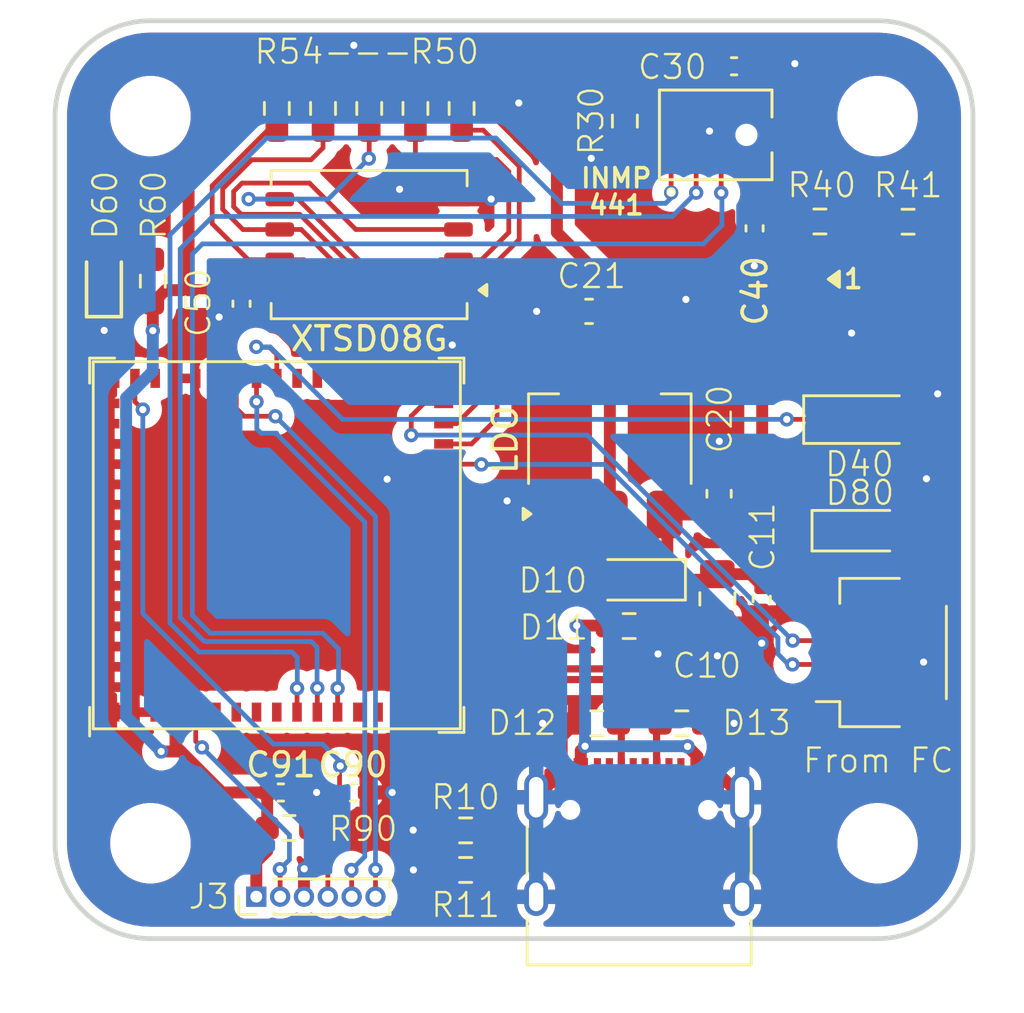
<source format=kicad_pcb>
(kicad_pcb (version 20241229) (generator "pcbnew") (generator_version "9.0")
  (layers (0 "F.Cu" signal) (2 "B.Cu" signal) (13 "F.Paste" user) (15 "B.Paste" user) (5 "F.SilkS" user "F.Silkscreen") (7 "B.SilkS" user "B.Silkscreen") (1 "F.Mask" user) (3 "B.Mask" user) (25 "Edge.Cuts" user))
  (net 0 "")
  (net 1 "GND")
  (net 2 "+5V")
  (net 3 "+3V3")
  (net 4 "EN")
  (net 6 "Net-(D6-DIN)")
  (net 7 "VBUS")
  (net 8 "USB_D-")
  (net 9 "USB_D+")
  (net 10 "RGB_CTRL")
  (net 11 "Net-(D40-A)")
  (net 12 "Net-(D60-Pad2)")
  (net 13 "Net-(D80-A)")
  (net 15 "Net-(J1-CC1)")
  (net 16 "Net-(J1-CC2)")
  (net 18 "ENABLE")
  (net 19 "RECORD")
  (net 20 "U0RXD")
  (net 21 "U0TXD")
  (net 22 "GPIO0{slash}BOOT")
  (net 23 "I2S_SD")
  (net 24 "SDIO_DATA_2")
  (net 25 "SDIO_DATA_3")
  (net 26 "SDIO_CMD")
  (net 27 "SDIO_DATA_0")
  (net 28 "SDIO_DATA_1")
  (net 41 "I2S_WS")
  (net 42 "SDIO_CLK")
  (net 45 "I2S_SCK")
  (footprint "Resistor_SMD:R_0603_1608Metric_Pad0.98x0.95mm_HandSolder" (layer "F.Cu") (at 172.31 84.86)
    (property "Reference" "R90")
    (property "Value" "10 kΩ")
  )
  (footprint "Resistor_SMD:R_0603_1608Metric_Pad0.98x0.95mm_HandSolder" (layer "F.Cu") (at 185.22 80.47)
    (property "Reference" "D12")
    (property "Value" "~")
  )
  (footprint "MountingHole:MountingHole_3.2mm_M3" (layer "F.Cu") (at 166.5 55)
    (property "Reference" "H1" (hide yes))
    (property "Value" "MountingHole")
  )
  (footprint "Capacitor_SMD:C_0402_1005Metric_Pad0.74x0.62mm_HandSolder" (layer "F.Cu") (at 191.84 59.71 -90)
    (property "Reference" "C40")
    (property "Value" "100nF/10V/X7R")
  )
  (footprint "Resistor_SMD:R_0603_1608Metric_Pad0.98x0.95mm_HandSolder" (layer "F.Cu") (at 194.58 59.42 180)
    (property "Reference" "R40")
    (property "Value" "4.7kΩ")
  )
  (footprint "Resistor_SMD:R_0603_1608Metric_Pad0.98x0.95mm_HandSolder" (layer "F.Cu") (at 179.5525 54.68 -90)
    (property "Reference" "R50")
    (property "Value" "10kΩ")
  )
  (footprint "Resistor_SMD:R_0603_1608Metric_Pad0.98x0.95mm_HandSolder" (layer "F.Cu") (at 186.58 76.39 180)
    (property "Reference" "D11")
    (property "Value" "~")
  )
  (footprint "Capacitor_SMD:C_0603_1608Metric_Pad1.08x0.95mm_HandSolder" (layer "F.Cu") (at 184.9 63.19 180)
    (property "Reference" "C21")
    (property "Value" "10uF/16V/X7R")
  )
  (footprint "Capacitor_SMD:C_0402_1005Metric_Pad0.74x0.62mm_HandSolder" (layer "F.Cu") (at 171.97 83.37)
    (property "Reference" "C91")
    (property "Value" "100nF/10V/X7R")
  )
  (footprint "Resistor_SMD:R_0603_1608Metric_Pad0.98x0.95mm_HandSolder" (layer "F.Cu") (at 177.615 54.68 -90)
    (property "Reference" "R51" (hide yes))
    (property "Value" "~")
  )
  (footprint "Connector_JST:JST_SH_SM04B-SRSS-TB_1x04-1MP_P1.00mm_Horizontal" (layer "F.Cu") (at 197.2 77.5 90)
    (property "Reference" "J2" (hide yes))
    (property "Value" "Conn_01x04")
  )
  (footprint "PCM_JLCPCB:LED_WS2812B_PLCC4_5.0x5.0mm_P3.2mm" (layer "F.Cu") (at 196.5 63.5)
    (property "Reference" "D6" (hide yes))
    (property "Value" "WS2812B")
  )
  (footprint "MountingHole:MountingHole_3.2mm_M3" (layer "F.Cu") (at 197 85.5)
    (property "Reference" "From FC")
    (property "Value" "MountingHole")
  )
  (footprint "Resistor_SMD:R_0603_1608Metric_Pad0.98x0.95mm_HandSolder" (layer "F.Cu") (at 166.6 61.9225 -90)
    (property "Reference" "R60")
    (property "Value" "1kΩ")
  )
  (footprint "Connector_PinHeader_1.00mm:PinHeader_1x06_P1.00mm_Vertical" (layer "F.Cu") (at 170.94 87.74 90)
    (property "Reference" "J3")
    (property "Value" "Conn_01x06")
  )
  (footprint "Package_LGA:LGA-8_8x6mm_P1.27mm" (layer "F.Cu") (at 175.6725 60.39 180)
    (property "Reference" "XTSD08G")
    (property "Value" "XTSD08G")
  )
  (footprint "MountingHole:MountingHole_3.2mm_M3" (layer "F.Cu") (at 166.5 85.5)
    (property "Reference" "H1" (hide yes))
    (property "Value" "MountingHole")
  )
  (footprint "PCM_JLCPCB:D_0603" (layer "F.Cu") (at 164.55 61.9225 90)
    (property "Reference" "D60" (hide yes))
    (property "Value" "Red")
  )
  (footprint "Capacitor_SMD:C_0805_2012Metric_Pad1.18x1.45mm_HandSolder" (layer "F.Cu") (at 190.28 75.25 -90)
    (property "Reference" "C10")
    (property "Value" "10uF/16V/X7R")
  )
  (footprint "PCM_Espressif:ESP32-S3-MINI-1U" (layer "F.Cu") (at 171.8 73 90)
    (property "Reference" "U1" (hide yes))
    (property "Value" "ESP32-S3-MINI-1U")
  )
  (footprint "Capacitor_SMD:C_0603_1608Metric_Pad1.08x0.95mm_HandSolder" (layer "F.Cu") (at 190.35 70.84 90)
    (property "Reference" "C20")
    (property "Value" "1uF/16V/X7R")
  )
  (footprint "Resistor_SMD:R_0603_1608Metric_Pad0.98x0.95mm_HandSolder" (layer "F.Cu") (at 188.79 80.47 180)
    (property "Reference" "D13")
    (property "Value" "~")
  )
  (footprint "Capacitor_SMD:C_0402_1005Metric_Pad0.74x0.62mm_HandSolder" (layer "F.Cu") (at 192.14 75.25 -90)
    (property "Reference" "C11")
    (property "Value" "100nF/16V/X7R")
  )
  (footprint "Resistor_SMD:R_0603_1608Metric_Pad0.98x0.95mm_HandSolder" (layer "F.Cu") (at 179.72 84.96)
    (property "Reference" "R10")
    (property "Value" "5.1kΩ")
  )
  (footprint "Diode_SMD:D_SOD-123" (layer "F.Cu") (at 196.26 67.73)
    (property "Reference" "D40")
    (property "Value" "1N4148W")
  )
  (footprint "Resistor_SMD:R_0603_1608Metric_Pad0.98x0.95mm_HandSolder" (layer "F.Cu") (at 173.74 54.68 -90)
    (property "Reference" "R53" (hide yes))
    (property "Value" "~")
  )
  (footprint "Diode_SMD:D_SOD-323_HandSoldering" (layer "F.Cu") (at 196.26 72.39)
    (property "Reference" "D80")
    (property "Value" "B5819")
  )
  (footprint "FPVSoundLogger_HW:MIC_INMP441ACEZ-R7" (layer "F.Cu") (at 190.21 55.7875 180)
    (property "Reference" "INMP")
    (property "Value" "INMP441/IVENSENSE-I2S")
  )
  (footprint "Package_TO_SOT_SMD:SOT-223-3_TabPin2" (layer "F.Cu") (at 185.77 68.56 90)
    (property "Reference" "LDO")
    (property "Value" "AMS1117-3.3")
  )
  (footprint "Capacitor_SMD:C_0402_1005Metric_Pad0.74x0.62mm_HandSolder" (layer "F.Cu") (at 190.98 52.91)
    (property "Reference" "C30")
    (property "Value" "100nF/10V/X7R")
  )
  (footprint "Capacitor_SMD:C_0402_1005Metric_Pad0.74x0.62mm_HandSolder" (layer "F.Cu") (at 175 83.37)
    (property "Reference" "C90")
    (property "Value" "100nF/10V/X7R")
  )
  (footprint "Resistor_SMD:R_0603_1608Metric_Pad0.98x0.95mm_HandSolder" (layer "F.Cu") (at 171.8025 54.68 -90)
    (property "Reference" "R54")
    (property "Value" "~")
  )
  (footprint "Resistor_SMD:R_0603_1608Metric_Pad0.98x0.95mm_HandSolder" (layer "F.Cu") (at 179.72 86.62)
    (property "Reference" "R11")
    (property "Value" "5.1kΩ")
  )
  (footprint "Capacitor_SMD:C_0402_1005Metric_Pad0.74x0.62mm_HandSolder" (layer "F.Cu") (at 170.32 62.87 -90)
    (property "Reference" "C50")
    (property "Value" "100nF/10V/X7R")
  )
  (footprint "Connector_USB:USB_C_Receptacle_HRO_TYPE-C-31-M-12" (layer "F.Cu") (at 187 86.7)
    (property "Reference" "J1" (hide yes))
    (property "Value" "USB_C_Receptacle_USB2.0_16P")
  )
  (footprint "Resistor_SMD:R_0603_1608Metric_Pad0.98x0.95mm_HandSolder" (layer "F.Cu") (at 198.28 59.43)
    (property "Reference" "R41")
    (property "Value" "0R")
  )
  (footprint "Resistor_SMD:R_0603_1608Metric_Pad0.98x0.95mm_HandSolder" (layer "F.Cu") (at 186.4 55.21 90)
    (property "Reference" "R30")
    (property "Value" "100kΩ")
  )
  (footprint "Diode_SMD:D_SOD-323_HandSoldering" (layer "F.Cu") (at 186.93 74.45 180)
    (property "Reference" "D10")
    (property "Value" "B5819")
  )
  (footprint "MountingHole:MountingHole_3.2mm_M3" (layer "F.Cu") (at 197 55)
    (property "Reference" "H1" (hide yes))
    (property "Value" "MountingHole")
  )
  (footprint "Resistor_SMD:R_0603_1608Metric_Pad0.98x0.95mm_HandSolder" (layer "F.Cu") (at 175.6775 54.68 -90)
    (property "Reference" "R52" (hide yes))
    (property "Value" "~")
  )
  (gr_line (start 162.5 85.5) (end 162.5 55) (stroke (width 0.2)) (layer "Edge.Cuts"))
  (gr_line (start 201 55) (end 201 85.5) (stroke (width 0.2)) (layer "Edge.Cuts"))
  (gr_arc (start 201 85.5) (mid 199.828427 88.328427) (end 197 89.5) (stroke (width 0.2)) (layer "Edge.Cuts"))
  (gr_line (start 166.5 51) (end 197 51) (stroke (width 0.2)) (layer "Edge.Cuts"))
  (gr_line (start 197 89.5) (end 166.5 89.5) (stroke (width 0.2)) (layer "Edge.Cuts"))
  (gr_arc (start 162.5 55) (mid 163.671573 52.171573) (end 166.5 51) (stroke (width 0.2)) (layer "Edge.Cuts"))
  (gr_arc (start 166.5 89.5) (mid 163.671573 88.328427) (end 162.5 85.5) (stroke (width 0.2)) (layer "Edge.Cuts"))
  (gr_arc (start 197 51) (mid 199.828427 52.171573) (end 201 55) (stroke (width 0.2)) (layer "Edge.Cuts"))
  (gr_text "D60" (at 164.6 58.7325 90) (layer "F.SilkS") (effects (font (size 1 1) (thickness 0.1))))
  (gr_text "---" (at 175.63 52.3 0) (layer "F.SilkS") (effects (font (size 1 1) (thickness 0.1))))
  (gr_text "441" (at 186.04 58.74 0) (layer "F.SilkS") (effects (font (size 0.8 0.8))))
  (segment (start 195.0175 75.8175) (end 195.2 76) (width 0.5) (layer "F.Cu") (net 1))
  (segment (start 187.4925 77.2625) (end 187.79 77.56) (width 0.5) (layer "F.Cu") (net 1))
  (segment (start 192.82 56.47) (end 192.1725 57.1175) (width 0.5) (layer "F.Cu") (net 1))
  (segment (start 191.4975 54.45) (end 192.23 54.45) (width 0.5) (layer "F.Cu") (net 1))
  (segment (start 190.28 76.2875) (end 190.28 77.64) (width 0.5) (layer "F.Cu") (net 1))
  (segment (start 175.5675 83.37) (end 176.64 83.37) (width 0.5) (layer "F.Cu") (net 1))
  (segment (start 190.405 82.655) (end 191.32 83.57) (width 0.5) (layer "F.Cu") (net 1))
  (segment (start 190.1775 76.39) (end 190.28 76.2875) (width 0.5) (layer "F.Cu") (net 1))
  (segment (start 183.75 81.0275) (end 184.3075 80.47) (width 0.5) (layer "F.Cu") (net 1))
  (segment (start 178.8075 84.96) (end 177.53 84.96) (width 0.5) (layer "F.Cu") (net 1))
  (segment (start 172.94 87.74) (end 172.94 86.58) (width 0.5) (layer "F.Cu") (net 1))
  (segment (start 180.785 58.485) (end 180.79 58.48) (width 0.5) (layer "F.Cu") (net 1))
  (segment (start 179.4225 58.485) (end 180.785 58.485) (width 0.5) (layer "F.Cu") (net 1))
  (segment (start 187.4925 76.39) (end 187.4925 77.2625) (width 0.5) (layer "F.Cu") (net 1))
  (segment (start 183.595 82.655) (end 182.68 83.57) (width 0.5) (layer "F.Cu") (net 1))
  (segment (start 191.84 61.27) (end 191.83 61.28) (width 0.5) (layer "F.Cu") (net 1))
  (segment (start 191.49 54.4575) (end 191.4975 54.45) (width 0.5) (layer "F.Cu") (net 1))
  (segment (start 190.35 69.9775) (end 190.35 68.65) (width 0.5) (layer "F.Cu") (net 1))
  (segment (start 182.03 71.71) (end 181.46 71.14) (width 0.5) (layer "F.Cu") (net 1))
  (segment (start 172.94 86.58) (end 172.95 86.57) (width 0.5) (layer "F.Cu") (net 1))
  (segment (start 192.82 55.78) (end 192.216 55.78) (width 0.5) (layer "F.Cu") (net 1))
  (segment (start 192.1725 57.1175) (end 191.49 57.1175) (width 0.5) (layer "F.Cu") (net 1))
  (segment (start 177.53 84.96) (end 177.52 84.95) (width 0.5) (layer "F.Cu") (net 1))
  (segment (start 191.67 76.2875) (end 192.14 75.8175) (width 0.5) (layer "F.Cu") (net 1))
  (segment (start 188.34 54.4575) (end 186.56 54.4575) (width 0.5) (layer "F.Cu") (net 1))
  (segment (start 172.5375 83.37) (end 173.47 83.37) (width 0.5) (layer "F.Cu") (net 1))
  (segment (start 192.82 55.04) (end 192.82 55.78) (width 0.5) (layer "F.Cu") (net 1))
  (segment (start 190.25 81.0175) (end 189.7025 80.47) (width 0.5) (layer "F.Cu") (net 1))
  (segment (start 199.52 65.72) (end 199.52 66.65) (width 0.5) (layer "F.Cu") (net 1))
  (segment (start 190.25 82.655) (end 190.25 81.0175) (width 0.5) (layer "F.Cu") (net 1))
  (segment (start 192.14 75.8175) (end 192.14 77.11) (width 0.5) (layer "F.Cu") (net 1))
  (segment (start 184.3075 80.47) (end 182.95 80.47) (width 0.5) (layer "F.Cu") (net 1))
  (segment (start 169.3875 63.4375) (end 169.38 63.43) (width 0.5) (layer "F.Cu") (net 1))
  (segment (start 192.216 55.78) (end 192.216 55.7875) (width 0.5) (layer "F.Cu") (net 1))
  (segment (start 183.75 82.655) (end 183.75 81.0275) (width 0.5) (layer "F.Cu") (net 1))
  (segment (start 192.23 54.45) (end 192.82 55.04) (width 0.5) (layer "F.Cu") (net 1))
  (segment (start 170.32 63.4375) (end 169.3875 63.4375) (width 0.5) (layer "F.Cu") (net 1))
  (segment (start 183.47 71.71) (end 182.03 71.71) (width 0.5) (layer "F.Cu") (net 1))
  (segment (start 191.32 83.57) (end 191.32 87.75) (width 0.5) (layer "F.Cu") (net 1))
  (segment (start 198.95 65.15) (end 199.52 65.72) (width 0.5) (layer "F.Cu") (net 1))
  (segment (start 187.4925 76.39) (end 190.1775 76.39) (width 0.5) (layer "F.Cu") (net 1))
  (segment (start 190.25 82.655) (end 190.405 82.655) (width 0.5) (layer "F.Cu") (net 1))
  (segment (start 191.49 54.4575) (end 191.49 52.9675) (width 0.5) (layer "F.Cu") (net 1))
  (segment (start 183.75 82.655) (end 183.595 82.655) (width 0.5) (layer "F.Cu") (net 1))
  (segment (start 190.35 68.65) (end 190.36 68.64) (width 0.5) (layer "F.Cu") (net 1))
  (segment (start 186.56 54.4575) (end 186.4 54.2975) (width 0.5) (layer "F.Cu") (net 1))
  (segment (start 189.7025 80.47) (end 190.98 80.47) (width 0.5) (layer "F.Cu") (net 1))
  (segment (start 192.82 55.78) (end 192.82 56.47) (width 0.5) (layer "F.Cu") (net 1))
  (segment (start 178.8075 86.62) (end 177.53 86.62) (width 0.5) (layer "F.Cu") (net 1))
  (segment (start 191.84 60.2775) (end 191.84 61.27) (width 0.5) (layer "F.Cu") (net 1))
  (segment (start 184.0375 63.19) (end 182.7 63.19) (width 0.5) (layer "F.Cu") (net 1))
  (segment (start 192.14 75.8175) (end 195.0175 75.8175) (width 0.5) (layer "F.Cu") (net 1))
  (segment (start 164.55 62.7125) (end 164.55 63.98) (width 0.5) (layer "F.Cu") (net 1))
  (segment (start 191.49 52.9675) (end 191.5475 52.91) (width 0.5) (layer "F.Cu") (net 1))
  (segment (start 190.28 76.2875) (end 191.67 76.2875) (width 0.5) (layer "F.Cu") (net 1))
  (segment (start 164.55 63.98) (end 164.56 63.99) (width 0.5) (layer "F.Cu") (net 1))
  (via (at 182.95 80.47) (size 0.6) (drill 0.3) (layers "F.Cu" "B.Cu") (net 1))
  (via (at 195.91 64.1) (size 0.6) (drill 0.3) (layers "F.Cu" "B.Cu") (net 1))
  (via (at 175.03 52.03) (size 0.6) (drill 0.3) (layers "F.Cu" "B.Cu") (net 1))
  (via (at 179.16 64.6) (size 0.6) (drill 0.3) (layers "F.Cu" "B.Cu") (net 1))
  (via (at 192.14 77.11) (size 0.6) (drill 0.3) (layers "F.Cu" "B.Cu") (net 1))
  (via (at 190.28 77.64) (size 0.6) (drill 0.3) (layers "F.Cu" "B.Cu") (net 1))
  (via (at 190.98 80.47) (size 0.6) (drill 0.3) (layers "F.Cu" "B.Cu") (net 1))
  (via (at 189.95 55.63) (size 0.6) (drill 0.3) (layers "F.Cu" "B.Cu") (net 1))
  (via (at 177.53 86.62) (size 0.6) (drill 0.3) (layers "F.Cu" "B.Cu") (net 1))
  (via (at 180.79 58.48) (size 0.6) (drill 0.3) (layers "F.Cu" "B.Cu") (net 1))
  (via (at 191.83 61.28) (size 0.6) (drill 0.3) (layers "F.Cu" "B.Cu") (net 1))
  (via (at 164.56 63.99) (size 0.6) (drill 0.3) (layers "F.Cu" "B.Cu") (net 1))
  (via (at 193.53 52.8) (size 0.6) (drill 0.3) (layers "F.Cu" "B.Cu") (net 1))
  (via (at 173.47 83.37) (size 0.6) (drill 0.3) (layers "F.Cu" "B.Cu") (net 1))
  (via (at 198.93 77.9) (size 0.6) (drill 0.3) (layers "F.Cu" "B.Cu") (net 1))
  (via (at 182.7 63.19) (size 0.6) (drill 0.3) (layers "F.Cu" "B.Cu") (net 1))
  (via (at 172.95 86.57) (size 0.6) (drill 0.3) (layers "F.Cu" "B.Cu") (net 1))
  (via (at 187.79 77.56) (size 0.6) (drill 0.3) (layers "F.Cu" "B.Cu") (net 1))
  (via (at 199.05 70.21) (size 0.6) (drill 0.3) (layers "F.Cu" "B.Cu") (net 1))
  (via (at 181.95 54.45) (size 0.6) (drill 0.3) (layers "F.Cu" "B.Cu") (net 1))
  (via (at 181.46 71.14) (size 0.6) (drill 0.3) (layers "F.Cu" "B.Cu") (net 1))
  (via (at 177.52 84.95) (size 0.6) (drill 0.3) (layers "F.Cu" "B.Cu") (net 1))
  (via (at 176.43 70.23) (size 0.6) (drill 0.3) (layers "F.Cu" "B.Cu") (net 1))
  (via (at 176.95 58.07) (size 0.6) (drill 0.3) (layers "F.Cu" "B.Cu") (net 1))
  (via (at 188.96 62.69) (size 0.6) (drill 0.3) (layers "F.Cu" "B.Cu") (net 1))
  (via (at 176.64 83.37) (size 0.6) (drill 0.3) (layers "F.Cu" "B.Cu") (net 1))
  (via (at 169.38 63.43) (size 0.6) (drill 0.3) (layers "F.Cu" "B.Cu") (net 1))
  (via (at 190.36 68.64) (size 0.6) (drill 0.3) (layers "F.Cu" "B.Cu") (net 1))
  (via (at 184.99 56.77) (size 0.6) (drill 0.3) (layers "F.Cu" "B.Cu") (net 1))
  (via (at 199.52 66.65) (size 0.6) (drill 0.3) (layers "F.Cu" "B.Cu") (net 1))
  (segment (start 193.1725 59.1425) (end 191.84 59.1425) (width 0.6) (layer "F.Cu") (net 2))
  (segment (start 190.0425 74.45) (end 190.28 74.2125) (width 0.2) (layer "F.Cu") (net 2))
  (segment (start 192.16 70.13) (end 192.16 70.4) (width 0.5) (layer "F.Cu") (net 2))
  (segment (start 193.6675 59.42) (end 193.45 59.42) (width 0.6) (layer "F.Cu") (net 2))
  (segment (start 192.16 64.7) (end 192.16 70.13) (width 0.5) (layer "F.Cu") (net 2))
  (segment (start 193.6675 61.4675) (end 194.0375 61.8375) (width 0.2) (layer "F.Cu") (net 2))
  (segment (start 190.28 74.2125) (end 191.67 74.2125) (width 0.5) (layer "F.Cu") (net 2))
  (segment (start 188.18 74.45) (end 190.0425 74.45) (width 0.5) (layer "F.Cu") (net 2))
  (segment (start 190.3425 71.71) (end 190.35 71.7025) (width 0.2) (layer "F.Cu") (net 2))
  (segment (start 188.18 74.45) (end 188.18 71.82) (width 0.5) (layer "F.Cu") (net 2))
  (segment (start 191.67 74.2125) (end 192.14 74.6825) (width 0.5) (layer "F.Cu") (net 2))
  (segment (start 190.8575 71.7025) (end 190.35 71.7025) (width 0.5) (layer "F.Cu") (net 2))
  (segment (start 194.42 72.39) (end 192.16 70.13) (width 0.5) (layer "F.Cu") (net 2))
  (segment (start 188.07 71.71) (end 190.3425 71.71) (width 0.5) (layer "F.Cu") (net 2))
  (segment (start 192.16 70.4) (end 190.8575 71.7025) (width 0.5) (layer "F.Cu") (net 2))
  (segment (start 194.05 62.81) (end 192.16 64.7) (width 0.5) (layer "F.Cu") (net 2))
  (segment (start 195.01 72.39) (end 194.42 72.39) (width 0.5) (layer "F.Cu") (net 2))
  (segment (start 193.45 59.42) (end 193.1725 59.1425) (width 0.6) (layer "F.Cu") (net 2))
  (segment (start 194.0375 61.8375) (end 194.05 61.85) (width 0.2) (layer "F.Cu") (net 2))
  (segment (start 188.18 71.82) (end 188.07 71.71) (width 0.5) (layer "F.Cu") (net 2))
  (segment (start 193.6675 59.42) (end 193.6675 61.4675) (width 0.6) (layer "F.Cu") (net 2))
  (segment (start 194.05 61.85) (end 194.05 62.81) (width 0.5) (layer "F.Cu") (net 2))
  (segment (start 171.3975 84.86) (end 171.3975 83.375) (width 0.5) (layer "F.Cu") (net 3))
  (segment (start 173.74 53.7675) (end 177.615 53.7675) (width 0.5) (layer "F.Cu") (net 3))
  (segment (start 170.32 62.3025) (end 169.3925 62.3025) (width 0.5) (layer "F.Cu") (net 3))
  (segment (start 171.9225 62.295) (end 170.3275 62.295) (width 0.5) (layer "F.Cu") (net 3))
  (segment (start 185.7625 65.4025) (end 185.77 65.41) (width 0.5) (layer "F.Cu") (net 3))
  (segment (start 170.3275 62.295) (end 170.32 62.3025) (width 0.5) (layer "F.Cu") (net 3))
  (segment (start 166.6 62.835) (end 166.6 64) (width 0.5) (layer "F.Cu") (net 3))
  (segment (start 185.7625 63.19) (end 185.7625 65.4025) (width 0.5) (layer "F.Cu") (net 3))
  (segment (start 190.44 52.9375) (end 190.4125 52.91) (width 0.5) (layer "F.Cu") (net 3))
  (segment (start 171.3975 85.8225) (end 170.94 86.28) (width 0.5) (layer "F.Cu") (net 3))
  (segment (start 179.5525 53.7675) (end 180.41 52.91) (width 0.5) (layer "F.Cu") (net 3))
  (segment (start 167.79 81.66) (end 167.78 81.65) (width 0.5) (layer "F.Cu") (net 3))
  (segment (start 169.3925 62.3025) (end 169.39 62.3) (width 0.5) (layer "F.Cu") (net 3))
  (segment (start 183.55 59.88) (end 183.55 52.94) (width 0.5) (layer "F.Cu") (net 3))
  (segment (start 171.3975 84.86) (end 171.3975 85.8225) (width 0.5) (layer "F.Cu") (net 3))
  (segment (start 185.7625 63.19) (end 185.7625 62.0925) (width 0.5) (layer "F.Cu") (net 3))
  (segment (start 185.77 71.71) (end 185.77 65.41) (width 0.5) (layer "F.Cu") (net 3))
  (segment (start 166.6 62.835) (end 167.135 62.3) (width 0.5) (layer "F.Cu") (net 3))
  (segment (start 169.39 62.3) (end 168.1 62.3) (width 0.5) (layer "F.Cu") (net 3))
  (segment (start 173.74 53.7675) (end 179.5525 53.7675) (width 0.5) (layer "F.Cu") (net 3))
  (segment (start 190.44 54.4575) (end 190.44 52.9375) (width 0.5) (layer "F.Cu") (net 3))
  (segment (start 185.7625 62.0925) (end 183.55 59.88) (width 0.5) (layer "F.Cu") (net 3))
  (segment (start 169.5 83.37) (end 171.4025 83.37) (width 0.5) (layer "F.Cu") (net 3))
  (segment (start 167.79 81.66) (end 169.5 83.37) (width 0.5) (layer "F.Cu") (net 3))
  (segment (start 167.55 80) (end 167.55 81.42) (width 0.5) (layer "F.Cu") (net 3))
  (segment (start 171.8025 53.7675) (end 168.1 57.47) (width 0.5) (layer "F.Cu") (net 3))
  (segment (start 183.52 52.91) (end 190.4125 52.91) (width 0.5) (layer "F.Cu") (net 3))
  (segment (start 180.41 52.91) (end 183.52 52.91) (width 0.5) (layer "F.Cu") (net 3))
  (segment (start 173.74 53.7675) (end 175.6775 53.7675) (width 0.5) (layer "F.Cu") (net 3))
  (segment (start 167.55 81.42) (end 167.79 81.66) (width 0.5) (layer "F.Cu") (net 3))
  (segment (start 189.39 54.4575) (end 190.44 54.4575) (width 0.5) (layer "F.Cu") (net 3))
  (segment (start 183.55 52.94) (end 183.52 52.91) (width 0.5) (layer "F.Cu") (net 3))
  (segment (start 167.78 81.65) (end 166.95 81.65) (width 0.5) (layer "F.Cu") (net 3))
  (segment (start 171.3975 83.375) (end 171.4025 83.37) (width 0.5) (layer "F.Cu") (net 3))
  (segment (start 170.94 86.28) (end 170.94 87.74) (width 0.5) (layer "F.Cu") (net 3))
  (segment (start 168.1 62.3) (end 167.135 62.3) (width 0.5) (layer "F.Cu") (net 3))
  (segment (start 171.8025 53.7675) (end 173.74 53.7675) (width 0.5) (layer "F.Cu") (net 3))
  (segment (start 168.1 57.47) (end 168.1 62.3) (width 0.5) (layer "F.Cu") (net 3))
  (via (at 166.95 81.65) (size 0.6) (drill 0.3) (layers "F.Cu" "B.Cu") (net 3))
  (via (at 166.6 64) (size 0.6) (drill 0.3) (layers "F.Cu" "B.Cu") (net 3))
  (segment (start 165.479 66.821) (end 165.479 80.179) (width 0.5) (layer "B.Cu") (net 3))
  (segment (start 166.6 64) (end 166.6 65.7) (width 0.5) (layer "B.Cu") (net 3))
  (segment (start 166.6 65.7) (end 165.479 66.821) (width 0.5) (layer "B.Cu") (net 3))
  (segment (start 165.479 80.179) (end 166.95 81.65) (width 0.5) (layer "B.Cu") (net 3))
  (segment (start 173.2225 84.86) (end 173.2225 85.6025) (width 0.2) (layer "F.Cu") (net 4))
  (segment (start 174.4325 83.37) (end 174.4325 82.2875) (width 0.2) (layer "F.Cu") (net 4))
  (segment (start 165.85 66) (end 165.85 66.98) (width 0.2) (layer "F.Cu") (net 4))
  (segment (start 174.4325 83.37) (end 174.4325 83.65) (width 0.2) (layer "F.Cu") (net 4))
  (segment (start 174.4325 82.2875) (end 174.46 82.26) (width 0.2) (layer "F.Cu") (net 4))
  (segment (start 173.2225 85.6025) (end 173.94 86.32) (width 0.2) (layer "F.Cu") (net 4))
  (segment (start 165.85 66.98) (end 166.18 67.31) (width 0.2) (layer "F.Cu") (net 4))
  (segment (start 173.94 86.32) (end 173.94 87.74) (width 0.2) (layer "F.Cu") (net 4))
  (segment (start 174.4325 83.65) (end 173.2225 84.86) (width 0.2) (layer "F.Cu") (net 4))
  (via (at 166.18 67.31) (size 0.6) (drill 0.3) (layers "F.Cu" "B.Cu") (net 4))
  (via (at 174.46 82.26) (size 0.6) (drill 0.3) (layers "F.Cu" "B.Cu") (net 4))
  (segment (start 166.18 75.86) (end 171.66 81.34) (width 0.2) (layer "B.Cu") (net 4))
  (segment (start 174.46 82.08) (end 174.46 82.26) (width 0.2) (layer "B.Cu") (net 4))
  (segment (start 171.66 81.34) (end 173.72 81.34) (width 0.2) (layer "B.Cu") (net 4))
  (segment (start 173.72 81.34) (end 174.46 82.08) (width 0.2) (layer "B.Cu") (net 4))
  (segment (start 166.18 67.31) (end 166.18 75.86) (width 0.2) (layer "B.Cu") (net 4))
  (segment (start 199.1925 59.43) (end 199.1925 61.6075) (width 0.2) (layer "F.Cu") (net 6))
  (segment (start 199.1925 61.6075) (end 198.95 61.85) (width 0.2) (layer "F.Cu") (net 6))
  (segment (start 189.45 81.86) (end 189.03 81.44) (width 0.5) (layer "F.Cu") (net 7))
  (segment (start 185.6725 76.37) (end 184.38 76.37) (width 0.5) (layer "F.Cu") (net 7))
  (segment (start 189.45 82.655) (end 189.45 81.86) (width 0.2) (layer "F.Cu") (net 7))
  (segment (start 184.55 81.61) (end 184.73 81.43) (width 0.2) (layer "F.Cu") (net 7))
  (segment (start 184.55 82.655) (end 184.55 81.61) (width 0.5) (layer "F.Cu") (net 7))
  (segment (start 185.68 76.3775) (end 185.6675 76.39) (width 0.2) (layer "F.Cu") (net 7))
  (segment (start 185.68 74.45) (end 185.68 76.3775) (width 0.5) (layer "F.Cu") (net 7))
  (segment (start 185.68 76.3775) (end 185.6725 76.37) (width 0.2) (layer "F.Cu") (net 7))
  (via (at 184.38 76.37) (size 0.6) (drill 0.3) (layers "F.Cu" "B.Cu") (net 7))
  (via (at 184.73 81.43) (size 0.6) (drill 0.3) (layers "F.Cu" "B.Cu") (net 7))
  (via (at 189.03 81.44) (size 0.6) (drill 0.3) (layers "F.Cu" "B.Cu") (net 7))
  (segment (start 184.73 81.43) (end 189.02 81.43) (width 0.5) (layer "B.Cu") (net 7))
  (segment (start 184.73 76.72) (end 184.73 81.43) (width 0.5) (layer "B.Cu") (net 7))
  (segment (start 184.38 76.37) (end 184.73 76.72) (width 0.5) (layer "B.Cu") (net 7))
  (segment (start 189.02 81.43) (end 189.03 81.44) (width 0.2) (layer "B.Cu") (net 7))
  (segment (start 180.725 77.223198) (end 182.136802 78.635) (width 0.3) (layer "F.Cu") (net 8))
  (segment (start 187.279999 79.557501) (end 186.25 80.5875) (width 0.3) (layer "F.Cu") (net 8))
  (segment (start 179.600001 72.8) (end 180.091802 72.8) (width 0.3) (layer "F.Cu") (net 8))
  (segment (start 186.456802 78.635) (end 187.279999 79.458197) (width 0.3) (layer "F.Cu") (net 8))
  (segment (start 187.279999 79.458197) (end 187.279999 79.557501) (width 0.3) (layer "F.Cu") (net 8))
  (segment (start 180.091802 72.8) (end 180.725 73.433198) (width 0.3) (layer "F.Cu") (net 8))
  (segment (start 179.400001 73) (end 179.600001 72.8) (width 0.3) (layer "F.Cu") (net 8))
  (segment (start 180.725 73.433198) (end 180.725 77.223198) (width 0.3) (layer "F.Cu") (net 8))
  (segment (start 178.8 73) (end 179.400001 73) (width 0.3) (layer "F.Cu") (net 8))
  (segment (start 182.136802 78.635) (end 186.456802 78.635) (width 0.3) (layer "F.Cu") (net 8))
  (segment (start 186.25 82.655) (end 186.25 80.5875) (width 0.3) (layer "F.Cu") (net 8))
  (segment (start 186.25 80.5875) (end 186.1325 80.47) (width 0.2) (layer "F.Cu") (net 8))
  (segment (start 180.278198 72.35) (end 181.175 73.246802) (width 0.3) (layer "F.Cu") (net 9))
  (segment (start 187.75 82.655) (end 187.735 82.655) (width 0.2) (layer "F.Cu") (net 9))
  (segment (start 178.8 72.15) (end 179.400001 72.15) (width 0.3) (layer "F.Cu") (net 9))
  (segment (start 187.73 80.6175) (end 187.8775 80.47) (width 0.2) (layer "F.Cu") (net 9))
  (segment (start 187.735 82.655) (end 187.73 82.65) (width 0.2) (layer "F.Cu") (net 9))
  (segment (start 187.73 82.65) (end 187.73 80.6175) (width 0.3) (layer "F.Cu") (net 9))
  (segment (start 181.175 73.246802) (end 181.175 77.036802) (width 0.3) (layer "F.Cu") (net 9))
  (segment (start 179.600001 72.35) (end 180.278198 72.35) (width 0.3) (layer "F.Cu") (net 9))
  (segment (start 182.323198 78.185) (end 186.643198 78.185) (width 0.3) (layer "F.Cu") (net 9))
  (segment (start 179.400001 72.15) (end 179.600001 72.35) (width 0.3) (layer "F.Cu") (net 9))
  (segment (start 186.643198 78.185) (end 187.73 79.271802) (width 0.3) (layer "F.Cu") (net 9))
  (segment (start 181.175 77.036802) (end 182.323198 78.185) (width 0.3) (layer "F.Cu") (net 9))
  (segment (start 187.73 79.271802) (end 187.73 80.6175) (width 0.3) (layer "F.Cu") (net 9))
  (segment (start 194.6 67.72) (end 194.61 67.73) (width 0.2) (layer "F.Cu") (net 10))
  (segment (start 170.96 64.7) (end 170.94 64.68) (width 0.2) (layer "F.Cu") (net 10))
  (segment (start 193.19 67.72) (end 194.6 67.72) (width 0.2) (layer "F.Cu") (net 10))
  (segment (start 171.5 64.7) (end 170.96 64.7) (width 0.2) (layer "F.Cu") (net 10))
  (segment (start 171.8 65) (end 171.5 64.7) (width 0.2) (layer "F.Cu") (net 10))
  (segment (start 171.8 66) (end 171.8 65) (width 0.2) (layer "F.Cu") (net 10))
  (via (at 193.19 67.72) (size 0.6) (drill 0.3) (layers "F.Cu" "B.Cu") (net 10))
  (via (at 170.94 64.68) (size 0.6) (drill 0.3) (layers "F.Cu" "B.Cu") (net 10))
  (segment (start 171.52 64.68) (end 174.56 67.72) (width 0.2) (layer "B.Cu") (net 10))
  (segment (start 174.56 67.72) (end 193.19 67.72) (width 0.2) (layer "B.Cu") (net 10))
  (segment (start 170.94 64.68) (end 171.52 64.68) (width 0.2) (layer "B.Cu") (net 10))
  (segment (start 197.3675 59.43) (end 197.3675 67.1875) (width 0.2) (layer "F.Cu") (net 11))
  (segment (start 197.3675 67.1875) (end 197.91 67.73) (width 0.2) (layer "F.Cu") (net 11))
  (segment (start 197.3575 59.42) (end 197.3675 59.43) (width 0.2) (layer "F.Cu") (net 11))
  (segment (start 195.4925 59.42) (end 197.3575 59.42) (width 0.2) (layer "F.Cu") (net 11))
  (segment (start 164.55 61.1325) (end 166.4775 61.1325) (width 0.2) (layer "F.Cu") (net 12))
  (segment (start 166.4775 61.1325) (end 166.6 61.01) (width 0.2) (layer "F.Cu") (net 12))
  (segment (start 196.75 79) (end 197.51 78.24) (width 0.5) (layer "F.Cu") (net 13))
  (segment (start 197.51 78.24) (end 197.51 72.39) (width 0.5) (layer "F.Cu") (net 13))
  (segment (start 195.2 79) (end 196.75 79) (width 0.5) (layer "F.Cu") (net 13))
  (segment (start 181.66 85.51) (end 184.59 85.51) (width 0.2) (layer "F.Cu") (net 15))
  (segment (start 181.11 84.96) (end 181.66 85.51) (width 0.2) (layer "F.Cu") (net 15))
  (segment (start 185.75 84.35) (end 185.75 82.655) (width 0.2) (layer "F.Cu") (net 15))
  (segment (start 184.59 85.51) (end 185.75 84.35) (width 0.2) (layer "F.Cu") (net 15))
  (segment (start 180.6325 84.96) (end 181.11 84.96) (width 0.2) (layer "F.Cu") (net 15))
  (segment (start 182.19 86.07) (end 187.67 86.07) (width 0.2) (layer "F.Cu") (net 16))
  (segment (start 180.6325 86.62) (end 181.64 86.62) (width 0.2) (layer "F.Cu") (net 16))
  (segment (start 187.67 86.07) (end 188.75 84.99) (width 0.2) (layer "F.Cu") (net 16))
  (segment (start 181.64 86.62) (end 182.19 86.07) (width 0.2) (layer "F.Cu") (net 16))
  (segment (start 188.75 84.99) (end 188.75 82.655) (width 0.2) (layer "F.Cu") (net 16))
  (segment (start 178.8 69.6) (end 180.37 69.6) (width 0.2) (layer "F.Cu") (net 18))
  (segment (start 195.2 78) (end 193.43 78) (width 0.2) (layer "F.Cu") (net 18))
  (segment (start 180.37 69.6) (end 180.38 69.61) (width 0.2) (layer "F.Cu") (net 18))
  (via (at 180.38 69.61) (size 0.6) (drill 0.3) (layers "F.Cu" "B.Cu") (net 18))
  (via (at 193.43 78) (size 0.6) (drill 0.3) (layers "F.Cu" "B.Cu") (net 18))
  (segment (start 192.82 77.56) (end 193.26 78) (width 0.2) (layer "B.Cu") (net 18))
  (segment (start 180.38 69.61) (end 185.553612 69.61) (width 0.2) (layer "B.Cu") (net 18))
  (segment (start 193.26 78) (end 193.43 78) (width 0.2) (layer "B.Cu") (net 18))
  (segment (start 192.82 76.876388) (end 192.82 77.56) (width 0.2) (layer "B.Cu") (net 18))
  (segment (start 185.553612 69.61) (end 192.82 76.876388) (width 0.2) (layer "B.Cu") (net 18))
  (segment (start 177.97 67.05) (end 177.44 67.58) (width 0.2) (layer "F.Cu") (net 19))
  (segment (start 177.44 67.58) (end 177.44 68.38) (width 0.2) (layer "F.Cu") (net 19))
  (segment (start 178.8 67.05) (end 177.97 67.05) (width 0.2) (layer "F.Cu") (net 19))
  (segment (start 195.2 77) (end 193.44 77) (width 0.2) (layer "F.Cu") (net 19))
  (via (at 177.44 68.38) (size 0.6) (drill 0.3) (layers "F.Cu" "B.Cu") (net 19))
  (via (at 193.44 77) (size 0.6) (drill 0.3) (layers "F.Cu" "B.Cu") (net 19))
  (segment (start 184.82 68.38) (end 193.44 77) (width 0.2) (layer "B.Cu") (net 19))
  (segment (start 177.44 68.38) (end 184.82 68.38) (width 0.2) (layer "B.Cu") (net 19))
  (segment (start 170.36 67.52) (end 170.43 67.59) (width 0.2) (layer "F.Cu") (net 20))
  (segment (start 170.1 67.26) (end 170.36 67.52) (width 0.2) (layer "F.Cu") (net 20))
  (segment (start 170.43 67.59) (end 171.74 67.59) (width 0.2) (layer "F.Cu") (net 20))
  (segment (start 170.1 66) (end 170.1 67.26) (width 0.2) (layer "F.Cu") (net 20))
  (segment (start 175.94 87.74) (end 175.94 86.6) (width 0.2) (layer "F.Cu") (net 20))
  (via (at 171.74 67.59) (size 0.6) (drill 0.3) (layers "F.Cu" "B.Cu") (net 20))
  (via (at 175.94 86.6) (size 0.6) (drill 0.3) (layers "F.Cu" "B.Cu") (net 20))
  (segment (start 175.94 86.6) (end 175.94 71.79) (width 0.2) (layer "B.Cu") (net 20))
  (segment (start 175.94 71.79) (end 171.74 67.59) (width 0.2) (layer "B.Cu") (net 20))
  (segment (start 174.94 87.74) (end 174.94 86.63) (width 0.2) (layer "F.Cu") (net 21))
  (segment (start 170.95 66) (end 170.95 66.98) (width 0.2) (layer "F.Cu") (net 21))
  (segment (start 174.94 86.63) (end 174.93 86.62) (width 0.2) (layer "F.Cu") (net 21))
  (via (at 170.95 66.98) (size 0.6) (drill 0.3) (layers "F.Cu" "B.Cu") (net 21))
  (via (at 174.93 86.62) (size 0.6) (drill 0.3) (layers "F.Cu" "B.Cu") (net 21))
  (segment (start 171.14 68.3) (end 170.96 68.12) (width 0.2) (layer "B.Cu") (net 21))
  (segment (start 174.93 86.62) (end 175.49 86.06) (width 0.2) (layer "B.Cu") (net 21))
  (segment (start 170.96 68.12) (end 170.96 66.99) (width 0.2) (layer "B.Cu") (net 21))
  (segment (start 175.49 72.03) (end 171.79 68.33) (width 0.2) (layer "B.Cu") (net 21))
  (segment (start 171.79 68.3) (end 171.14 68.3) (width 0.2) (layer "B.Cu") (net 21))
  (segment (start 175.49 86.06) (end 175.49 72.03) (width 0.2) (layer "B.Cu") (net 21))
  (segment (start 170.96 66.99) (end 170.95 66.98) (width 0.2) (layer "B.Cu") (net 21))
  (segment (start 171.79 68.33) (end 171.79 68.3) (width 0.2) (layer "B.Cu") (net 21))
  (segment (start 171.94 86.6) (end 171.93 86.59) (width 0.2) (layer "F.Cu") (net 22))
  (segment (start 168.4 81.22) (end 168.66 81.48) (width 0.2) (layer "F.Cu") (net 22))
  (segment (start 168.4 80) (end 168.4 81.22) (width 0.2) (layer "F.Cu") (net 22))
  (segment (start 171.94 87.74) (end 171.94 86.6) (width 0.2) (layer "F.Cu") (net 22))
  (via (at 168.66 81.48) (size 0.6) (drill 0.3) (layers "F.Cu" "B.Cu") (net 22))
  (via (at 171.93 86.59) (size 0.6) (drill 0.3) (layers "F.Cu" "B.Cu") (net 22))
  (segment (start 172.33 85.15) (end 172.33 86.19) (width 0.2) (layer "B.Cu") (net 22))
  (segment (start 172.33 86.19) (end 171.93 86.59) (width 0.2) (layer "B.Cu") (net 22))
  (segment (start 168.66 81.48) (end 172.33 85.15) (width 0.2) (layer "B.Cu") (net 22))
  (segment (start 189.06 56.11) (end 189.39 56.44) (width 0.2) (layer "F.Cu") (net 23))
  (segment (start 186.4 56.1225) (end 189.0475 56.1225) (width 0.2) (layer "F.Cu") (net 23))
  (segment (start 189.0475 56.1225) (end 189.06 56.11) (width 0.2) (layer "F.Cu") (net 23))
  (segment (start 189.39 56.44) (end 189.39 57.1175) (width 0.2) (layer "F.Cu") (net 23))
  (segment (start 189.39 57.1175) (end 189.39 58.21) (width 0.2) (layer "F.Cu") (net 23))
  (segment (start 173.5 80) (end 173.5 78.99) (width 0.2) (layer "F.Cu") (net 23))
  (via (at 189.39 58.21) (size 0.6) (drill 0.3) (layers "F.Cu" "B.Cu") (net 23))
  (via (at 173.5 78.99) (size 0.6) (drill 0.3) (layers "F.Cu" "B.Cu") (net 23))
  (segment (start 173.49 78.98) (end 173.49 77.28) (width 0.2) (layer "B.Cu") (net 23))
  (segment (start 167.75 76.03) (end 167.75 60.57) (width 0.2) (layer "B.Cu") (net 23))
  (segment (start 168.74 77.02) (end 167.75 76.03) (width 0.2) (layer "B.Cu") (net 23))
  (segment (start 168.8 77.02) (end 168.74 77.02) (width 0.2) (layer "B.Cu") (net 23))
  (segment (start 188.391 59.209) (end 189.39 58.21) (width 0.2) (layer "B.Cu") (net 23))
  (segment (start 173.251 77.041) (end 168.821 77.041) (width 0.2) (layer "B.Cu") (net 23))
  (segment (start 173.5 78.99) (end 173.49 78.98) (width 0.2) (layer "B.Cu") (net 23))
  (segment (start 167.75 60.57) (end 169.111 59.209) (width 0.2) (layer "B.Cu") (net 23))
  (segment (start 173.49 77.28) (end 173.251 77.041) (width 0.2) (layer "B.Cu") (net 23))
  (segment (start 169.111 59.209) (end 188.391 59.209) (width 0.2) (layer "B.Cu") (net 23))
  (segment (start 168.821 77.041) (end 168.8 77.02) (width 0.2) (layer "B.Cu") (net 23))
  (segment (start 181.97 57.11) (end 181.22 56.36) (width 0.2) (layer "F.Cu") (net 24))
  (segment (start 181.22 56.36) (end 181.22 56.35) (width 0.2) (layer "F.Cu") (net 24))
  (segment (start 180.4575 55.5925) (end 179.5525 55.5925) (width 0.2) (layer "F.Cu") (net 24))
  (segment (start 179.845 62.295) (end 181.97 60.17) (width 0.2) (layer "F.Cu") (net 24))
  (segment (start 179.97 68.75) (end 178.8 68.75) (width 0.2) (layer "F.Cu") (net 24))
  (segment (start 180.46 55.59) (end 180.4575 55.5925) (width 0.2) (layer "F.Cu") (net 24))
  (segment (start 179.4225 62.295) (end 179.845 62.295) (width 0.2) (layer "F.Cu") (net 24))
  (segment (start 181.04 67.68) (end 179.97 68.75) (width 0.2) (layer "F.Cu") (net 24))
  (segment (start 181.22 56.35) (end 180.46 55.59) (width 0.2) (layer "F.Cu") (net 24))
  (segment (start 181.97 60.17) (end 181.97 57.11) (width 0.2) (layer "F.Cu") (net 24))
  (segment (start 181.04 64.62) (end 181.04 67.68) (width 0.2) (layer "F.Cu") (net 24))
  (segment (start 179.4225 62.295) (end 179.4225 63.0025) (width 0.2) (layer "F.Cu") (net 24))
  (segment (start 179.4225 63.0025) (end 181.04 64.62) (width 0.2) (layer "F.Cu") (net 24))
  (segment (start 181.53 59.88) (end 180.385 61.025) (width 0.2) (layer "F.Cu") (net 25))
  (segment (start 180.689 64.899) (end 180.689 66.551) (width 0.2) (layer "F.Cu") (net 25))
  (segment (start 177.84 56.82) (end 181.02 56.82) (width 0.2) (layer "F.Cu") (net 25))
  (segment (start 178.18 63) (end 178.57 63.39) (width 0.2) (layer "F.Cu") (net 25))
  (segment (start 181.53 57.33) (end 181.53 59.88) (width 0.2) (layer "F.Cu") (net 25))
  (segment (start 179.4225 61.025) (end 179.025 61.025) (width 0.2) (layer "F.Cu") (net 25))
  (segment (start 177.615 55.5925) (end 177.615 56.595) (width 0.2) (layer "F.Cu") (net 25))
  (segment (start 177.615 56.595) (end 177.84 56.82) (width 0.2) (layer "F.Cu") (net 25))
  (segment (start 179.34 67.9) (end 178.8 67.9) (width 0.2) (layer "F.Cu") (net 25))
  (segment (start 178.665 61.025) (end 178.18 61.51) (width 0.2) (layer "F.Cu") (net 25))
  (segment (start 179.4225 61.025) (end 178.665 61.025) (width 0.2) (layer "F.Cu") (net 25))
  (segment (start 178.57 63.39) (end 179.18 63.39) (width 0.2) (layer "F.Cu") (net 25))
  (segment (start 180.689 66.551) (end 179.34 67.9) (width 0.2) (layer "F.Cu") (net 25))
  (segment (start 178.18 61.51) (end 178.18 63) (width 0.2) (layer "F.Cu") (net 25))
  (segment (start 181.02 56.82) (end 181.53 57.33) (width 0.2) (layer "F.Cu") (net 25))
  (segment (start 180.385 61.025) (end 179.4225 61.025) (width 0.2) (layer "F.Cu") (net 25))
  (segment (start 179.18 63.39) (end 180.689 64.899) (width 0.2) (layer "F.Cu") (net 25))
  (segment (start 179.025 61.025) (end 178.94 60.94) (width 0.2) (layer "F.Cu") (net 25))
  (segment (start 171.9225 58.485) (end 170.625 58.485) (width 0.2) (layer "F.Cu") (net 26))
  (segment (start 175.6775 55.5925) (end 175.6775 56.7625) (width 0.2) (layer "F.Cu") (net 26))
  (segment (start 172.695 58.485) (end 177.75 63.54) (width 0.2) (layer "F.Cu") (net 26))
  (segment (start 170.625 58.485) (end 170.62 58.48) (width 0.2) (layer "F.Cu") (net 26))
  (segment (start 175.6775 56.7625) (end 175.66 56.78) (width 0.2) (layer "F.Cu") (net 26))
  (segment (start 177.75 63.54) (end 177.75 66) (width 0.2) (layer "F.Cu") (net 26))
  (segment (start 171.9225 58.485) (end 172.695 58.485) (width 0.2) (layer "F.Cu") (net 26))
  (via (at 170.62 58.48) (size 0.6) (drill 0.3) (layers "F.Cu" "B.Cu") (net 26))
  (via (at 175.66 56.78) (size 0.6) (drill 0.3) (layers "F.Cu" "B.Cu") (net 26))
  (segment (start 173.96 58.48) (end 170.62 58.48) (width 0.2) (layer "B.Cu") (net 26))
  (segment (start 175.66 56.78) (end 173.96 58.48) (width 0.2) (layer "B.Cu") (net 26))
  (segment (start 176.05 62.98) (end 176.05 66) (width 0.2) (layer "F.Cu") (net 27))
  (segment (start 171.9175 59.76) (end 170.62 59.76) (width 0.2) (layer "F.Cu") (net 27))
  (segment (start 170.3829 59.76) (end 170.62 59.76) (width 0.2) (layer "F.Cu") (net 27))
  (segment (start 173.74 56.33) (end 173.24 56.83) (width 0.2) (layer "F.Cu") (net 27))
  (segment (start 171.9225 59.755) (end 171.9175 59.76) (width 0.2) (layer "F.Cu") (net 27))
  (segment (start 172.825 59.755) (end 176.05 62.98) (width 0.2) (layer "F.Cu") (net 27))
  (segment (start 170.75 56.83) (end 169.53 58.05) (width 0.2) (layer "F.Cu") (net 27))
  (segment (start 171.9225 59.755) (end 172.825 59.755) (width 0.2) (layer "F.Cu") (net 27))
  (segment (start 169.53 58.9071) (end 170.3829 59.76) (width 0.2) (layer "F.Cu") (net 27))
  (segment (start 169.53 58.05) (end 169.53 58.9071) (width 0.2) (layer "F.Cu") (net 27))
  (segment (start 173.74 55.5925) (end 173.74 56.33) (width 0.2) (layer "F.Cu") (net 27))
  (segment (start 173.24 56.83) (end 170.75 56.83) (width 0.2) (layer "F.Cu") (net 27))
  (segment (start 175.2 63.29) (end 175.2 66) (width 0.2) (layer "F.Cu") (net 28))
  (segment (start 171.9225 61.025) (end 172.935 61.025) (width 0.2) (layer "F.Cu") (net 28))
  (segment (start 172.935 61.025) (end 175.2 63.29) (width 0.2) (layer "F.Cu") (net 28))
  (segment (start 170.605 61.025) (end 170.6 61.02) (width 0.2) (layer "F.Cu") (net 28))
  (segment (start 171.9225 61.025) (end 170.605 61.025) (width 0.2) (layer "F.Cu") (net 28))
  (segment (start 171.8025 55.5925) (end 171.4175 55.5925) (width 0.2) (layer "F.Cu") (net 28))
  (segment (start 171.4175 55.5925) (end 169.09 57.92) (width 0.2) (layer "F.Cu") (net 28))
  (segment (start 169.09 59.51) (end 170.6 61.02) (width 0.2) (layer "F.Cu") (net 28))
  (segment (start 169.09 57.92) (end 169.09 59.51) (width 0.2) (layer "F.Cu") (net 28))
  (segment (start 174.35 80) (end 174.35 79) (width 0.2) (layer "F.Cu") (net 41))
  (segment (start 190.44 57.1175) (end 190.44 58.22) (width 0.2) (layer "F.Cu") (net 41))
  (via (at 174.35 79) (size 0.6) (drill 0.3) (layers "F.Cu" "B.Cu") (net 41))
  (via (at 190.44 58.22) (size 0.6) (drill 0.3) (layers "F.Cu" "B.Cu") (net 41))
  (segment (start 168.68 60.36) (end 189.69 60.36) (width 0.2) (layer "B.Cu") (net 41))
  (segment (start 189.69 60.36) (end 190.47 59.58) (width 0.2) (layer "B.Cu") (net 41))
  (segment (start 174.35 79) (end 174.39 78.96) (width 0.2) (layer "B.Cu") (net 41))
  (segment (start 174.39 77.35) (end 173.73 76.69) (width 0.2) (layer "B.Cu") (net 41))
  (segment (start 190.47 59.58) (end 190.47 58.25) (width 0.2) (layer "B.Cu") (net 41))
  (segment (start 174.39 78.96) (end 174.39 77.35) (width 0.2) (layer "B.Cu") (net 41))
  (segment (start 173.73 76.69) (end 169.01 76.69) (width 0.2) (layer "B.Cu") (net 41))
  (segment (start 168.26 75.94) (end 168.26 60.78) (width 0.2) (layer "B.Cu") (net 41))
  (segment (start 168.26 60.78) (end 168.68 60.36) (width 0.2) (layer "B.Cu") (net 41))
  (segment (start 190.47 58.25) (end 190.44 58.22) (width 0.2) (layer "B.Cu") (net 41))
  (segment (start 169.01 76.69) (end 168.26 75.94) (width 0.2) (layer "B.Cu") (net 41))
  (segment (start 172.76 59.12) (end 170.31 59.12) (width 0.2) (layer "F.Cu") (net 42))
  (segment (start 176.9 66) (end 176.9 63.26) (width 0.2) (layer "F.Cu") (net 42))
  (segment (start 169.99 58.16) (end 170.34 57.81) (width 0.2) (layer "F.Cu") (net 42))
  (segment (start 176.9 63.26) (end 172.76 59.12) (width 0.2) (layer "F.Cu") (net 42))
  (segment (start 170.31 59.12) (end 169.99 58.8) (width 0.2) (layer "F.Cu") (net 42))
  (segment (start 170.34 57.81) (end 173.17 57.81) (width 0.2) (layer "F.Cu") (net 42))
  (segment (start 173.17 57.81) (end 175.115 59.755) (width 0.2) (layer "F.Cu") (net 42))
  (segment (start 169.99 58.8) (end 169.99 58.16) (width 0.2) (layer "F.Cu") (net 42))
  (segment (start 175.115 59.755) (end 179.4225 59.755) (width 0.2) (layer "F.Cu") (net 42))
  (segment (start 188.34 57.1175) (end 188.34 58.21) (width 0.2) (layer "F.Cu") (net 45))
  (segment (start 172.65 80) (end 172.65 79) (width 0.2) (layer "F.Cu") (net 45))
  (via (at 188.34 58.21) (size 0.6) (drill 0.3) (layers "F.Cu" "B.Cu") (net 45))
  (via (at 172.65 79) (size 0.6) (drill 0.3) (layers "F.Cu" "B.Cu") (net 45))
  (segment (start 172.65 79) (end 172.66 78.99) (width 0.2) (layer "B.Cu") (net 45))
  (segment (start 180.99 55.92) (end 171.38 55.92) (width 0.2) (layer "B.Cu") (net 45))
  (segment (start 168.54 77.48) (end 171.73 77.48) (width 0.2) (layer "B.Cu") (net 45))
  (segment (start 172.66 77.7) (end 172.44 77.48) (width 0.2) (layer "B.Cu") (net 45))
  (segment (start 188.34 58.21) (end 188.34 58.43) (width 0.2) (layer "B.Cu") (net 45))
  (segment (start 167.32 59.98) (end 167.32 76.26) (width 0.2) (layer "B.Cu") (net 45))
  (segment (start 167.32 76.26) (end 168.54 77.48) (width 0.2) (layer "B.Cu") (net 45))
  (segment (start 183.73 58.66) (end 180.99 55.92) (width 0.2) (layer "B.Cu") (net 45))
  (segment (start 172.44 77.48) (end 171.73 77.48) (width 0.2) (layer "B.Cu") (net 45))
  (segment (start 188.34 58.43) (end 188.11 58.66) (width 0.2) (layer "B.Cu") (net 45))
  (segment (start 171.38 55.92) (end 167.32 59.98) (width 0.2) (layer "B.Cu") (net 45))
  (segment (start 171.73 77.48) (end 171.83 77.48) (width 0.2) (layer "B.Cu") (net 45))
  (segment (start 188.11 58.66) (end 183.73 58.66) (width 0.2) (layer "B.Cu") (net 45))
  (segment (start 172.66 78.99) (end 172.66 77.7) (width 0.2) (layer "B.Cu") (net 45))
  (zone (net 1) (net_name "GND") (layers "F.Cu" "B.Cu") (connect_pads (clearance 0.5)) (min_thickness 0.25) (fill yes (thermal_gap 0.3) (thermal_bridge_width 0.6))
    (polygon (pts (xy 160.33 50.13) (xy 203.15 50.13) (xy 202.07 92.27) (xy 161.14 91.8) (xy 160.19 50.2)))
  )
)
</source>
